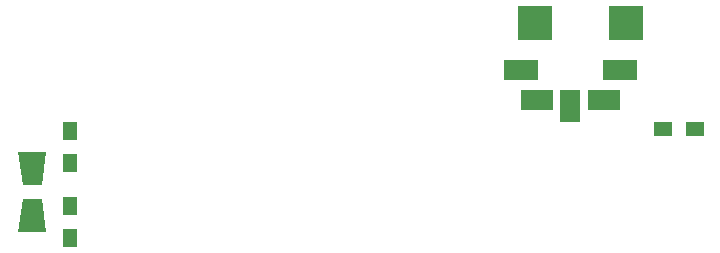
<source format=gtp>
G04 #@! TF.FileFunction,Paste,Top*
%FSLAX46Y46*%
G04 Gerber Fmt 4.6, Leading zero omitted, Abs format (unit mm)*
G04 Created by KiCad (PCBNEW 4.0.6) date Sunday, March 03, 2019 'PMt' 03:44:16 PM*
%MOMM*%
%LPD*%
G01*
G04 APERTURE LIST*
%ADD10C,0.150000*%
%ADD11R,3.000000X3.000000*%
%ADD12R,3.000000X1.800000*%
%ADD13R,1.800000X2.800000*%
%ADD14R,2.800000X1.800000*%
%ADD15R,1.500000X1.300000*%
%ADD16R,1.300000X1.500000*%
G04 APERTURE END LIST*
D10*
D11*
X153500000Y-82009420D03*
X161200000Y-82009420D03*
D12*
X152300000Y-86009420D03*
X160700000Y-86009420D03*
D13*
X156500000Y-89009420D03*
D14*
X159300000Y-88509420D03*
X153700000Y-88509420D03*
D10*
G36*
X109728000Y-92925900D02*
X112125760Y-92925900D01*
X111726980Y-95724980D01*
X110126780Y-95724980D01*
X109728000Y-92925900D01*
X109728000Y-92925900D01*
G37*
G36*
X112125760Y-99722940D02*
X109728000Y-99722940D01*
X110126780Y-96923860D01*
X111726980Y-96923860D01*
X112125760Y-99722940D01*
X112125760Y-99722940D01*
G37*
D15*
X167011880Y-91009420D03*
X164311880Y-91009420D03*
D16*
X114101880Y-100214420D03*
X114101880Y-97514420D03*
X114101880Y-91164420D03*
X114101880Y-93864420D03*
M02*

</source>
